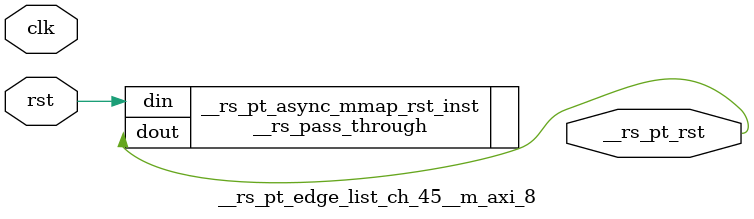
<source format=v>
`timescale 1 ns / 1 ps
/**   Generated by RapidStream   **/
module __rs_pt_edge_list_ch_45__m_axi_8 #(
    parameter BufferSize         = 32,
    parameter BufferSizeLog      = 5,
    parameter AddrWidth          = 64,
    parameter AxiSideAddrWidth   = 64,
    parameter DataWidth          = 512,
    parameter DataWidthBytesLog  = 6,
    parameter WaitTimeWidth      = 4,
    parameter BurstLenWidth      = 8,
    parameter EnableReadChannel  = 1,
    parameter EnableWriteChannel = 1,
    parameter MaxWaitTime        = 3,
    parameter MaxBurstLen        = 15
) (
    output wire __rs_pt_rst,
    input wire  clk,
    input wire  rst
);




__rs_pass_through #(
    .WIDTH (1)
) __rs_pt_async_mmap_rst_inst /**   Generated by RapidStream   **/ (
    .din  (rst),
    .dout (__rs_pt_rst)
);

endmodule  // __rs_pt_edge_list_ch_45__m_axi_8
</source>
